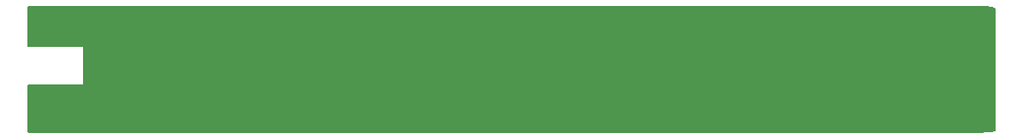
<source format=gbr>
%TF.GenerationSoftware,KiCad,Pcbnew,9.0.0*%
%TF.CreationDate,2025-03-25T21:56:39+01:00*%
%TF.ProjectId,E-Field 10cm,452d4669-656c-4642-9031-30636d2e6b69,1.0*%
%TF.SameCoordinates,Original*%
%TF.FileFunction,Copper,L3,Inr*%
%TF.FilePolarity,Positive*%
%FSLAX46Y46*%
G04 Gerber Fmt 4.6, Leading zero omitted, Abs format (unit mm)*
G04 Created by KiCad (PCBNEW 9.0.0) date 2025-03-25 21:56:39*
%MOMM*%
%LPD*%
G01*
G04 APERTURE LIST*
%TA.AperFunction,ViaPad*%
%ADD10C,0.600000*%
%TD*%
G04 APERTURE END LIST*
D10*
%TO.N,GND*%
X61700000Y-101500000D03*
X78700000Y-101500000D03*
X83700000Y-98900000D03*
X82700000Y-98900000D03*
X52800000Y-97150000D03*
X102700000Y-101500000D03*
X62700000Y-98900000D03*
X74700000Y-101500000D03*
X55800000Y-95950000D03*
X77700000Y-98900000D03*
X122700000Y-98900000D03*
X105700000Y-101500000D03*
X94700000Y-98900000D03*
X117700000Y-98900000D03*
X104700000Y-101500000D03*
X54350000Y-94825000D03*
X125700000Y-101500000D03*
X95700000Y-101500000D03*
X111700000Y-98900000D03*
X106700000Y-101500000D03*
X136700000Y-101500000D03*
X91700000Y-101500000D03*
X123700000Y-101500000D03*
X57700000Y-101500000D03*
X108700000Y-101500000D03*
X142700000Y-98900000D03*
X111700000Y-101500000D03*
X70700000Y-101500000D03*
X78700000Y-98900000D03*
X98700000Y-98900000D03*
X102700000Y-98900000D03*
X144700000Y-101500000D03*
X130700000Y-101500000D03*
X117700000Y-101500000D03*
X72700000Y-98900000D03*
X75700000Y-98900000D03*
X123700000Y-98900000D03*
X114700000Y-101500000D03*
X143700000Y-98900000D03*
X63700000Y-101500000D03*
X108700000Y-98900000D03*
X136700000Y-98900000D03*
X131700000Y-101500000D03*
X141700000Y-98900000D03*
X93700000Y-98900000D03*
X122700000Y-101500000D03*
X126700000Y-98900000D03*
X81700000Y-98900000D03*
X92700000Y-98900000D03*
X114700000Y-98900000D03*
X65700000Y-101500000D03*
X86700000Y-98900000D03*
X85700000Y-98900000D03*
X54350000Y-97125000D03*
X124700000Y-101500000D03*
X73700000Y-98900000D03*
X64700000Y-98900000D03*
X59700000Y-101500000D03*
X141700000Y-101500000D03*
X79700000Y-98900000D03*
X89700000Y-101500000D03*
X82700000Y-101500000D03*
X125700000Y-98900000D03*
X113700000Y-98900000D03*
X90700000Y-101500000D03*
X54350000Y-103325000D03*
X65700000Y-98900000D03*
X56700000Y-98900000D03*
X85700000Y-101500000D03*
X142700000Y-101500000D03*
X124700000Y-98900000D03*
X120700000Y-101500000D03*
X105700000Y-98900000D03*
X118700000Y-98900000D03*
X112700000Y-101500000D03*
X81700000Y-101500000D03*
X60700000Y-101500000D03*
X83700000Y-101500000D03*
X90700000Y-98900000D03*
X95700000Y-98900000D03*
X130700000Y-98900000D03*
X97700000Y-98900000D03*
X133700000Y-98900000D03*
X69700000Y-101500000D03*
X135700000Y-101500000D03*
X88700000Y-98900000D03*
X128700000Y-101500000D03*
X54350000Y-105625000D03*
X51050000Y-97125000D03*
X61700000Y-98900000D03*
X119700000Y-101500000D03*
X51050000Y-94775000D03*
X52800000Y-103300000D03*
X51050000Y-103275000D03*
X133700000Y-101500000D03*
X107700000Y-101500000D03*
X87700000Y-101500000D03*
X144700000Y-98900000D03*
X69700000Y-98900000D03*
X99700000Y-98900000D03*
X100700000Y-98900000D03*
X67700000Y-98900000D03*
X143700000Y-101500000D03*
X52800000Y-94800000D03*
X88700000Y-101500000D03*
X115700000Y-98900000D03*
X128700000Y-98900000D03*
X115700000Y-101500000D03*
X121700000Y-101500000D03*
X63700000Y-98900000D03*
X66700000Y-98900000D03*
X135700000Y-98900000D03*
X55800000Y-104450000D03*
X109700000Y-101500000D03*
X94700000Y-101500000D03*
X112700000Y-98900000D03*
X68700000Y-98900000D03*
X120700000Y-98900000D03*
X116700000Y-98900000D03*
X86700000Y-101500000D03*
X51050000Y-105625000D03*
X71700000Y-101500000D03*
X57700000Y-98900000D03*
X127700000Y-98900000D03*
X106700000Y-98900000D03*
X129700000Y-98900000D03*
X52800000Y-105650000D03*
X110700000Y-98900000D03*
X98700000Y-101500000D03*
X101700000Y-98900000D03*
X96700000Y-98900000D03*
X56700000Y-101500000D03*
X110700000Y-101500000D03*
X80700000Y-101500000D03*
X80700000Y-98900000D03*
X131700000Y-98900000D03*
X87700000Y-98900000D03*
X103700000Y-98900000D03*
X76700000Y-101500000D03*
X67700000Y-101500000D03*
X76700000Y-98900000D03*
X138700000Y-101500000D03*
X75700000Y-101500000D03*
X139700000Y-98900000D03*
X60700000Y-98900000D03*
X91700000Y-98900000D03*
X74700000Y-98900000D03*
X137700000Y-101500000D03*
X132700000Y-101500000D03*
X118700000Y-101500000D03*
X109700000Y-98900000D03*
X99700000Y-101500000D03*
X129700000Y-101500000D03*
X79700000Y-101500000D03*
X100700000Y-101500000D03*
X101700000Y-101500000D03*
X140700000Y-98900000D03*
X126700000Y-101500000D03*
X113700000Y-101500000D03*
X97700000Y-101500000D03*
X58700000Y-101500000D03*
X84700000Y-98900000D03*
X103700000Y-101500000D03*
X62700000Y-101500000D03*
X132700000Y-98900000D03*
X119700000Y-98900000D03*
X139700000Y-101500000D03*
X134700000Y-101500000D03*
X66700000Y-101500000D03*
X116700000Y-101500000D03*
X59700000Y-98900000D03*
X127700000Y-101500000D03*
X58700000Y-98900000D03*
X71700000Y-98900000D03*
X72700000Y-101500000D03*
X68700000Y-101500000D03*
X92700000Y-101500000D03*
X138700000Y-98900000D03*
X121700000Y-98900000D03*
X140700000Y-101500000D03*
X96700000Y-101500000D03*
X89700000Y-98900000D03*
X84700000Y-101500000D03*
X137700000Y-98900000D03*
X107700000Y-98900000D03*
X134700000Y-98900000D03*
X73700000Y-101500000D03*
X93700000Y-101500000D03*
X64700000Y-101500000D03*
X77700000Y-101500000D03*
X70700000Y-98900000D03*
X104700000Y-98900000D03*
%TD*%
%TA.AperFunction,Conductor*%
%TO.N,GND*%
G36*
X144689951Y-94100617D02*
G01*
X145100824Y-94118582D01*
X145111610Y-94119527D01*
X145516671Y-94172938D01*
X145527301Y-94174816D01*
X145852880Y-94247113D01*
X145914059Y-94280862D01*
X145947279Y-94342329D01*
X145950000Y-94368164D01*
X145950000Y-106407476D01*
X145930315Y-106474515D01*
X145877511Y-106520270D01*
X145852865Y-106528531D01*
X145531530Y-106599843D01*
X145520866Y-106601725D01*
X145116083Y-106655069D01*
X145105296Y-106656014D01*
X144883668Y-106665699D01*
X144694142Y-106673982D01*
X144688747Y-106674100D01*
X50324500Y-106674100D01*
X50257461Y-106654415D01*
X50211706Y-106601611D01*
X50200500Y-106550100D01*
X50200500Y-102024000D01*
X50220185Y-101956961D01*
X50272989Y-101911206D01*
X50324500Y-101900000D01*
X55700000Y-101900000D01*
X55700000Y-98150000D01*
X50324500Y-98150000D01*
X50257461Y-98130315D01*
X50211706Y-98077511D01*
X50200500Y-98026000D01*
X50200500Y-94224500D01*
X50220185Y-94157461D01*
X50272989Y-94111706D01*
X50324500Y-94100500D01*
X144647371Y-94100500D01*
X144684536Y-94100500D01*
X144689951Y-94100617D01*
G37*
%TD.AperFunction*%
%TD*%
M02*

</source>
